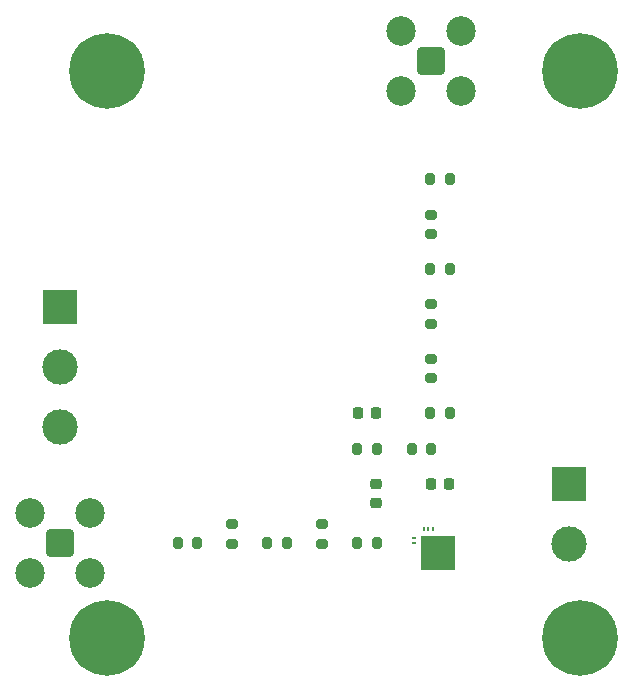
<source format=gbr>
%TF.GenerationSoftware,KiCad,Pcbnew,7.0.6*%
%TF.CreationDate,2023-07-22T11:20:37-03:00*%
%TF.ProjectId,MiniAsic_2020,4d696e69-4173-4696-935f-323032302e6b,rev?*%
%TF.SameCoordinates,Original*%
%TF.FileFunction,Soldermask,Top*%
%TF.FilePolarity,Negative*%
%FSLAX46Y46*%
G04 Gerber Fmt 4.6, Leading zero omitted, Abs format (unit mm)*
G04 Created by KiCad (PCBNEW 7.0.6) date 2023-07-22 11:20:37*
%MOMM*%
%LPD*%
G01*
G04 APERTURE LIST*
G04 Aperture macros list*
%AMRoundRect*
0 Rectangle with rounded corners*
0 $1 Rounding radius*
0 $2 $3 $4 $5 $6 $7 $8 $9 X,Y pos of 4 corners*
0 Add a 4 corners polygon primitive as box body*
4,1,4,$2,$3,$4,$5,$6,$7,$8,$9,$2,$3,0*
0 Add four circle primitives for the rounded corners*
1,1,$1+$1,$2,$3*
1,1,$1+$1,$4,$5*
1,1,$1+$1,$6,$7*
1,1,$1+$1,$8,$9*
0 Add four rect primitives between the rounded corners*
20,1,$1+$1,$2,$3,$4,$5,0*
20,1,$1+$1,$4,$5,$6,$7,0*
20,1,$1+$1,$6,$7,$8,$9,0*
20,1,$1+$1,$8,$9,$2,$3,0*%
G04 Aperture macros list end*
%ADD10RoundRect,0.225000X0.225000X0.250000X-0.225000X0.250000X-0.225000X-0.250000X0.225000X-0.250000X0*%
%ADD11RoundRect,0.200000X0.200000X0.275000X-0.200000X0.275000X-0.200000X-0.275000X0.200000X-0.275000X0*%
%ADD12R,0.300000X0.200000*%
%ADD13R,0.200000X0.300000*%
%ADD14R,3.000000X3.000000*%
%ADD15RoundRect,0.225000X-0.250000X0.225000X-0.250000X-0.225000X0.250000X-0.225000X0.250000X0.225000X0*%
%ADD16RoundRect,0.200100X0.949900X-0.949900X0.949900X0.949900X-0.949900X0.949900X-0.949900X-0.949900X0*%
%ADD17C,2.500000*%
%ADD18C,0.800000*%
%ADD19C,6.400000*%
%ADD20RoundRect,0.200000X-0.275000X0.200000X-0.275000X-0.200000X0.275000X-0.200000X0.275000X0.200000X0*%
%ADD21RoundRect,0.200000X0.275000X-0.200000X0.275000X0.200000X-0.275000X0.200000X-0.275000X-0.200000X0*%
%ADD22RoundRect,0.200100X-0.949900X-0.949900X0.949900X-0.949900X0.949900X0.949900X-0.949900X0.949900X0*%
%ADD23RoundRect,0.200000X-0.200000X-0.275000X0.200000X-0.275000X0.200000X0.275000X-0.200000X0.275000X0*%
%ADD24C,3.000000*%
%ADD25RoundRect,0.218750X0.218750X0.256250X-0.218750X0.256250X-0.218750X-0.256250X0.218750X-0.256250X0*%
G04 APERTURE END LIST*
D10*
%TO.C,C2*%
X151275000Y-94300000D03*
X149725000Y-94300000D03*
%TD*%
D11*
%TO.C,R1*%
X155925000Y-97300000D03*
X154275000Y-97300000D03*
%TD*%
D12*
%TO.C,U1*%
X154500000Y-104892500D03*
X154500000Y-105292500D03*
D13*
X155300000Y-104092500D03*
X155700000Y-104092500D03*
X156100000Y-104092500D03*
D14*
X156500000Y-106092500D03*
%TD*%
D11*
%TO.C,Z12*%
X157525000Y-74500000D03*
X155875000Y-74500000D03*
%TD*%
D15*
%TO.C,C1*%
X151300000Y-100325000D03*
X151300000Y-101875000D03*
%TD*%
D16*
%TO.C,J3*%
X124500000Y-105300000D03*
D17*
X121960000Y-107840000D03*
X127040000Y-107840000D03*
X121960000Y-102760000D03*
X127040000Y-102760000D03*
%TD*%
D18*
%TO.C,H3*%
X126100000Y-113300000D03*
X126802944Y-111602944D03*
X126802944Y-114997056D03*
X128500000Y-110900000D03*
D19*
X128500000Y-113300000D03*
D18*
X128500000Y-115700000D03*
X130197056Y-111602944D03*
X130197056Y-114997056D03*
X130900000Y-113300000D03*
%TD*%
D20*
%TO.C,Z8*%
X155900000Y-89675000D03*
X155900000Y-91325000D03*
%TD*%
D21*
%TO.C,Z2*%
X139100000Y-105325000D03*
X139100000Y-103675000D03*
%TD*%
D20*
%TO.C,Z11*%
X155900000Y-77475000D03*
X155900000Y-79125000D03*
%TD*%
D11*
%TO.C,Z7*%
X157525000Y-94300000D03*
X155875000Y-94300000D03*
%TD*%
D22*
%TO.C,J4*%
X155900000Y-64500000D03*
D17*
X153360000Y-61960000D03*
X153360000Y-67040000D03*
X158440000Y-61960000D03*
X158440000Y-67040000D03*
%TD*%
D18*
%TO.C,H1*%
X126100000Y-65300000D03*
X126802944Y-63602944D03*
X126802944Y-66997056D03*
X128500000Y-62900000D03*
D19*
X128500000Y-65300000D03*
D18*
X128500000Y-67700000D03*
X130197056Y-63602944D03*
X130197056Y-66997056D03*
X130900000Y-65300000D03*
%TD*%
D23*
%TO.C,Z3*%
X142075000Y-105300000D03*
X143725000Y-105300000D03*
%TD*%
%TO.C,Z1*%
X134475000Y-105300000D03*
X136125000Y-105300000D03*
%TD*%
D14*
%TO.C,J2*%
X167600000Y-100300000D03*
D24*
X167600000Y-105380000D03*
%TD*%
D14*
%TO.C,J1*%
X124500000Y-85300000D03*
D24*
X124500000Y-90380000D03*
X124500000Y-95460000D03*
%TD*%
D25*
%TO.C,L1*%
X157487500Y-100300000D03*
X155912500Y-100300000D03*
%TD*%
D18*
%TO.C,H2*%
X166100000Y-65300000D03*
X166802944Y-63602944D03*
X166802944Y-66997056D03*
X168500000Y-62900000D03*
D19*
X168500000Y-65300000D03*
D18*
X168500000Y-67700000D03*
X170197056Y-63602944D03*
X170197056Y-66997056D03*
X170900000Y-65300000D03*
%TD*%
D20*
%TO.C,Z9*%
X155900000Y-85075000D03*
X155900000Y-86725000D03*
%TD*%
D18*
%TO.C,H4*%
X166100000Y-113300000D03*
X166802944Y-111602944D03*
X166802944Y-114997056D03*
X168500000Y-110900000D03*
D19*
X168500000Y-113300000D03*
D18*
X168500000Y-115700000D03*
X170197056Y-111602944D03*
X170197056Y-114997056D03*
X170900000Y-113300000D03*
%TD*%
D11*
%TO.C,R2*%
X151325000Y-97300000D03*
X149675000Y-97300000D03*
%TD*%
D23*
%TO.C,Z5*%
X149675000Y-105300000D03*
X151325000Y-105300000D03*
%TD*%
D21*
%TO.C,Z4*%
X146700000Y-105325000D03*
X146700000Y-103675000D03*
%TD*%
D11*
%TO.C,Z10*%
X157525000Y-82100000D03*
X155875000Y-82100000D03*
%TD*%
M02*

</source>
